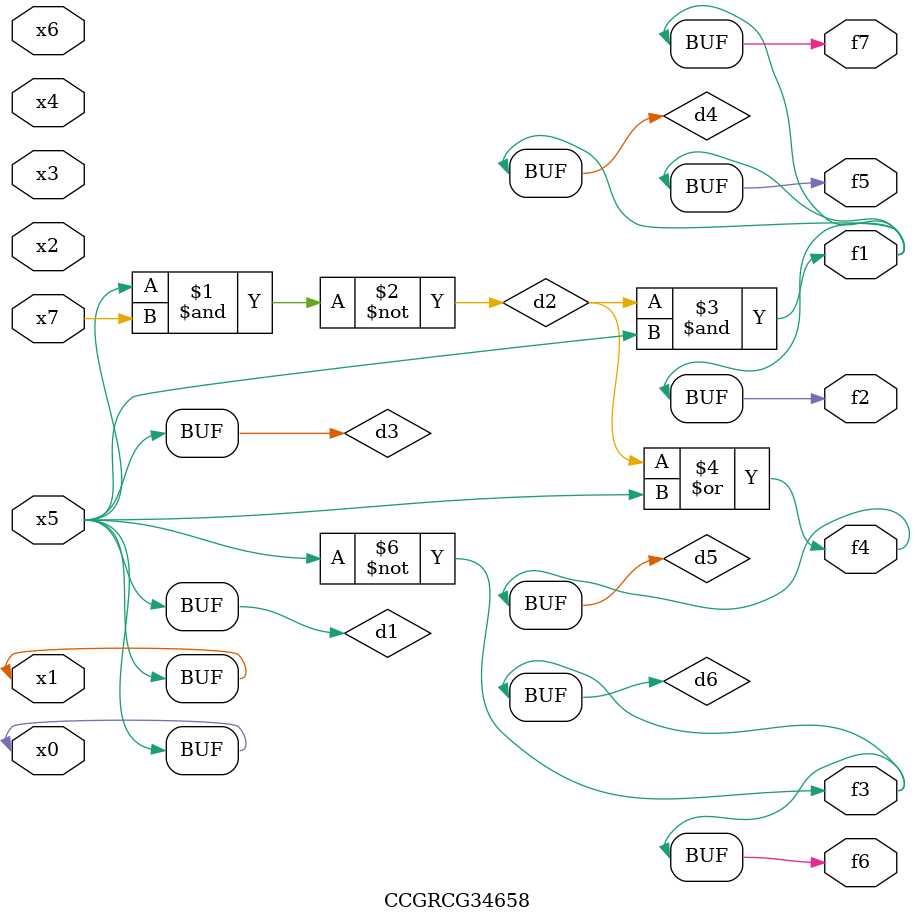
<source format=v>
module CCGRCG34658(
	input x0, x1, x2, x3, x4, x5, x6, x7,
	output f1, f2, f3, f4, f5, f6, f7
);

	wire d1, d2, d3, d4, d5, d6;

	buf (d1, x0, x5);
	nand (d2, x5, x7);
	buf (d3, x0, x1);
	and (d4, d2, d3);
	or (d5, d2, d3);
	nor (d6, d1, d3);
	assign f1 = d4;
	assign f2 = d4;
	assign f3 = d6;
	assign f4 = d5;
	assign f5 = d4;
	assign f6 = d6;
	assign f7 = d4;
endmodule

</source>
